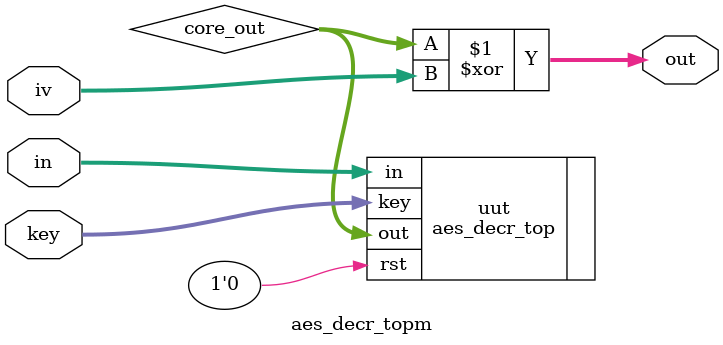
<source format=v>
`timescale 1ns / 1ps


module aes_decr_topm(

  input  [127:0] in,  // Ciphertext
    input  [127:0] key, // Key
    input  [127:0] iv,  // Initialization Vector
    output [127:0] out  // Plaintext
);
    wire [127:0] core_out;

    // Gọi AES Core (File mới tạo ở Bước 2)
    aes_decr_top uut (
        .rst(1'b0),
        .in (in),
        .key(key),
        .out(core_out)
    );

    // XOR với IV (CBC Mode)
    assign out = core_out ^ iv;
endmodule

</source>
